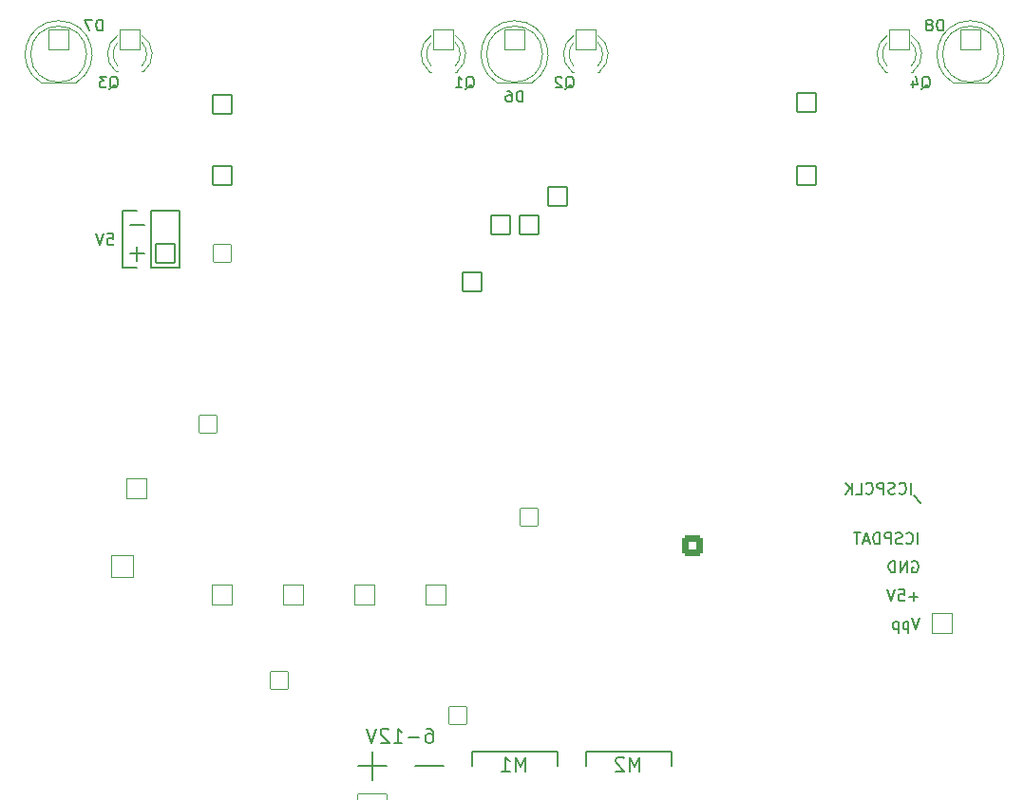
<source format=gbr>
%TF.GenerationSoftware,KiCad,Pcbnew,7.0.1-0*%
%TF.CreationDate,2023-03-30T00:17:16-04:00*%
%TF.ProjectId,CHRP400,43485250-3430-4302-9e6b-696361645f70,0*%
%TF.SameCoordinates,Original*%
%TF.FileFunction,Legend,Bot*%
%TF.FilePolarity,Positive*%
%FSLAX46Y46*%
G04 Gerber Fmt 4.6, Leading zero omitted, Abs format (unit mm)*
G04 Created by KiCad (PCBNEW 7.0.1-0) date 2023-03-30 00:17:16*
%MOMM*%
%LPD*%
G01*
G04 APERTURE LIST*
G04 Aperture macros list*
%AMRoundRect*
0 Rectangle with rounded corners*
0 $1 Rounding radius*
0 $2 $3 $4 $5 $6 $7 $8 $9 X,Y pos of 4 corners*
0 Add a 4 corners polygon primitive as box body*
4,1,4,$2,$3,$4,$5,$6,$7,$8,$9,$2,$3,0*
0 Add four circle primitives for the rounded corners*
1,1,$1+$1,$2,$3*
1,1,$1+$1,$4,$5*
1,1,$1+$1,$6,$7*
1,1,$1+$1,$8,$9*
0 Add four rect primitives between the rounded corners*
20,1,$1+$1,$2,$3,$4,$5,0*
20,1,$1+$1,$4,$5,$6,$7,0*
20,1,$1+$1,$6,$7,$8,$9,0*
20,1,$1+$1,$8,$9,$2,$3,0*%
G04 Aperture macros list end*
%ADD10C,0.150000*%
%ADD11C,0.203200*%
%ADD12C,0.120000*%
%ADD13RoundRect,0.050800X0.800000X-0.800000X0.800000X0.800000X-0.800000X0.800000X-0.800000X-0.800000X0*%
%ADD14C,1.701600*%
%ADD15C,1.901600*%
%ADD16RoundRect,0.050800X-0.900000X0.900000X-0.900000X-0.900000X0.900000X-0.900000X0.900000X0.900000X0*%
%ADD17RoundRect,0.050800X0.900000X-0.900000X0.900000X0.900000X-0.900000X0.900000X-0.900000X-0.900000X0*%
%ADD18C,2.501600*%
%ADD19O,2.501600X2.501600*%
%ADD20C,6.501600*%
%ADD21O,1.701600X1.701600*%
%ADD22C,2.101600*%
%ADD23RoundRect,0.050800X-0.800000X-0.800000X0.800000X-0.800000X0.800000X0.800000X-0.800000X0.800000X0*%
%ADD24RoundRect,0.050800X-0.850000X-0.850000X0.850000X-0.850000X0.850000X0.850000X-0.850000X0.850000X0*%
%ADD25O,1.801600X1.801600*%
%ADD26RoundRect,0.050800X0.850000X0.850000X-0.850000X0.850000X-0.850000X-0.850000X0.850000X-0.850000X0*%
%ADD27C,0.801600*%
%ADD28O,2.501600X1.001600*%
%ADD29O,1.801600X1.001600*%
%ADD30RoundRect,0.050800X1.000000X1.000000X-1.000000X1.000000X-1.000000X-1.000000X1.000000X-1.000000X0*%
%ADD31RoundRect,0.301000X-0.649800X-0.649800X0.649800X-0.649800X0.649800X0.649800X-0.649800X0.649800X0*%
%ADD32RoundRect,0.050800X0.900000X0.900000X-0.900000X0.900000X-0.900000X-0.900000X0.900000X-0.900000X0*%
%ADD33RoundRect,0.050800X0.850000X-0.850000X0.850000X0.850000X-0.850000X0.850000X-0.850000X-0.850000X0*%
%ADD34RoundRect,0.050800X-1.300000X-1.300000X1.300000X-1.300000X1.300000X1.300000X-1.300000X1.300000X0*%
%ADD35C,2.701600*%
%ADD36RoundRect,0.050800X-0.850000X0.850000X-0.850000X-0.850000X0.850000X-0.850000X0.850000X0.850000X0*%
%ADD37O,3.601600X3.601600*%
%ADD38C,2.006600*%
G04 APERTURE END LIST*
D10*
X137160000Y-111760000D02*
X139700000Y-111760000D01*
X132080000Y-111760000D02*
X134620000Y-111760000D01*
X112395000Y-62230000D02*
X111125000Y-62230000D01*
X181610000Y-87630000D02*
X182245000Y-88265000D01*
X111125000Y-67310000D02*
X112395000Y-67310000D01*
X111125000Y-62230000D02*
X111125000Y-67310000D01*
X160020000Y-110490000D02*
X160020000Y-111760000D01*
X152400000Y-110490000D02*
X160020000Y-110490000D01*
X142240000Y-111760000D02*
X142240000Y-110490000D01*
X133350000Y-110490000D02*
X133350000Y-113030000D01*
X113665000Y-62230000D02*
X116205000Y-62230000D01*
X116205000Y-67310000D01*
X113665000Y-67310000D01*
X113665000Y-62230000D01*
X152400000Y-111760000D02*
X152400000Y-110490000D01*
X111760000Y-63500000D02*
X113030000Y-63500000D01*
X149860000Y-110490000D02*
X149860000Y-111760000D01*
X142240000Y-110490000D02*
X149860000Y-110490000D01*
X111760000Y-66040000D02*
X113030000Y-66040000D01*
X112395000Y-65405000D02*
X112395000Y-66675000D01*
X109775714Y-64282619D02*
X110251904Y-64282619D01*
X110251904Y-64282619D02*
X110299523Y-64758809D01*
X110299523Y-64758809D02*
X110251904Y-64711190D01*
X110251904Y-64711190D02*
X110156666Y-64663571D01*
X110156666Y-64663571D02*
X109918571Y-64663571D01*
X109918571Y-64663571D02*
X109823333Y-64711190D01*
X109823333Y-64711190D02*
X109775714Y-64758809D01*
X109775714Y-64758809D02*
X109728095Y-64854047D01*
X109728095Y-64854047D02*
X109728095Y-65092142D01*
X109728095Y-65092142D02*
X109775714Y-65187380D01*
X109775714Y-65187380D02*
X109823333Y-65235000D01*
X109823333Y-65235000D02*
X109918571Y-65282619D01*
X109918571Y-65282619D02*
X110156666Y-65282619D01*
X110156666Y-65282619D02*
X110251904Y-65235000D01*
X110251904Y-65235000D02*
X110299523Y-65187380D01*
X109442380Y-64282619D02*
X109109047Y-65282619D01*
X109109047Y-65282619D02*
X108775714Y-64282619D01*
X182149761Y-98572619D02*
X181816428Y-99572619D01*
X181816428Y-99572619D02*
X181483095Y-98572619D01*
X181149761Y-98905952D02*
X181149761Y-99905952D01*
X181149761Y-98953571D02*
X181054523Y-98905952D01*
X181054523Y-98905952D02*
X180864047Y-98905952D01*
X180864047Y-98905952D02*
X180768809Y-98953571D01*
X180768809Y-98953571D02*
X180721190Y-99001190D01*
X180721190Y-99001190D02*
X180673571Y-99096428D01*
X180673571Y-99096428D02*
X180673571Y-99382142D01*
X180673571Y-99382142D02*
X180721190Y-99477380D01*
X180721190Y-99477380D02*
X180768809Y-99525000D01*
X180768809Y-99525000D02*
X180864047Y-99572619D01*
X180864047Y-99572619D02*
X181054523Y-99572619D01*
X181054523Y-99572619D02*
X181149761Y-99525000D01*
X180244999Y-98905952D02*
X180244999Y-99905952D01*
X180244999Y-98953571D02*
X180149761Y-98905952D01*
X180149761Y-98905952D02*
X179959285Y-98905952D01*
X179959285Y-98905952D02*
X179864047Y-98953571D01*
X179864047Y-98953571D02*
X179816428Y-99001190D01*
X179816428Y-99001190D02*
X179768809Y-99096428D01*
X179768809Y-99096428D02*
X179768809Y-99382142D01*
X179768809Y-99382142D02*
X179816428Y-99477380D01*
X179816428Y-99477380D02*
X179864047Y-99525000D01*
X179864047Y-99525000D02*
X179959285Y-99572619D01*
X179959285Y-99572619D02*
X180149761Y-99572619D01*
X180149761Y-99572619D02*
X180244999Y-99525000D01*
D11*
X147017619Y-112239576D02*
X147017619Y-110969576D01*
X147017619Y-110969576D02*
X146594285Y-111876719D01*
X146594285Y-111876719D02*
X146170952Y-110969576D01*
X146170952Y-110969576D02*
X146170952Y-112239576D01*
X144900951Y-112239576D02*
X145626666Y-112239576D01*
X145263809Y-112239576D02*
X145263809Y-110969576D01*
X145263809Y-110969576D02*
X145384761Y-111151004D01*
X145384761Y-111151004D02*
X145505713Y-111271957D01*
X145505713Y-111271957D02*
X145626666Y-111332433D01*
D10*
X182006904Y-96651666D02*
X181245000Y-96651666D01*
X181625952Y-97032619D02*
X181625952Y-96270714D01*
X180292619Y-96032619D02*
X180768809Y-96032619D01*
X180768809Y-96032619D02*
X180816428Y-96508809D01*
X180816428Y-96508809D02*
X180768809Y-96461190D01*
X180768809Y-96461190D02*
X180673571Y-96413571D01*
X180673571Y-96413571D02*
X180435476Y-96413571D01*
X180435476Y-96413571D02*
X180340238Y-96461190D01*
X180340238Y-96461190D02*
X180292619Y-96508809D01*
X180292619Y-96508809D02*
X180245000Y-96604047D01*
X180245000Y-96604047D02*
X180245000Y-96842142D01*
X180245000Y-96842142D02*
X180292619Y-96937380D01*
X180292619Y-96937380D02*
X180340238Y-96985000D01*
X180340238Y-96985000D02*
X180435476Y-97032619D01*
X180435476Y-97032619D02*
X180673571Y-97032619D01*
X180673571Y-97032619D02*
X180768809Y-96985000D01*
X180768809Y-96985000D02*
X180816428Y-96937380D01*
X179959285Y-96032619D02*
X179625952Y-97032619D01*
X179625952Y-97032619D02*
X179292619Y-96032619D01*
X182006904Y-91952619D02*
X182006904Y-90952619D01*
X180959286Y-91857380D02*
X181006905Y-91905000D01*
X181006905Y-91905000D02*
X181149762Y-91952619D01*
X181149762Y-91952619D02*
X181245000Y-91952619D01*
X181245000Y-91952619D02*
X181387857Y-91905000D01*
X181387857Y-91905000D02*
X181483095Y-91809761D01*
X181483095Y-91809761D02*
X181530714Y-91714523D01*
X181530714Y-91714523D02*
X181578333Y-91524047D01*
X181578333Y-91524047D02*
X181578333Y-91381190D01*
X181578333Y-91381190D02*
X181530714Y-91190714D01*
X181530714Y-91190714D02*
X181483095Y-91095476D01*
X181483095Y-91095476D02*
X181387857Y-91000238D01*
X181387857Y-91000238D02*
X181245000Y-90952619D01*
X181245000Y-90952619D02*
X181149762Y-90952619D01*
X181149762Y-90952619D02*
X181006905Y-91000238D01*
X181006905Y-91000238D02*
X180959286Y-91047857D01*
X180578333Y-91905000D02*
X180435476Y-91952619D01*
X180435476Y-91952619D02*
X180197381Y-91952619D01*
X180197381Y-91952619D02*
X180102143Y-91905000D01*
X180102143Y-91905000D02*
X180054524Y-91857380D01*
X180054524Y-91857380D02*
X180006905Y-91762142D01*
X180006905Y-91762142D02*
X180006905Y-91666904D01*
X180006905Y-91666904D02*
X180054524Y-91571666D01*
X180054524Y-91571666D02*
X180102143Y-91524047D01*
X180102143Y-91524047D02*
X180197381Y-91476428D01*
X180197381Y-91476428D02*
X180387857Y-91428809D01*
X180387857Y-91428809D02*
X180483095Y-91381190D01*
X180483095Y-91381190D02*
X180530714Y-91333571D01*
X180530714Y-91333571D02*
X180578333Y-91238333D01*
X180578333Y-91238333D02*
X180578333Y-91143095D01*
X180578333Y-91143095D02*
X180530714Y-91047857D01*
X180530714Y-91047857D02*
X180483095Y-91000238D01*
X180483095Y-91000238D02*
X180387857Y-90952619D01*
X180387857Y-90952619D02*
X180149762Y-90952619D01*
X180149762Y-90952619D02*
X180006905Y-91000238D01*
X179578333Y-91952619D02*
X179578333Y-90952619D01*
X179578333Y-90952619D02*
X179197381Y-90952619D01*
X179197381Y-90952619D02*
X179102143Y-91000238D01*
X179102143Y-91000238D02*
X179054524Y-91047857D01*
X179054524Y-91047857D02*
X179006905Y-91143095D01*
X179006905Y-91143095D02*
X179006905Y-91285952D01*
X179006905Y-91285952D02*
X179054524Y-91381190D01*
X179054524Y-91381190D02*
X179102143Y-91428809D01*
X179102143Y-91428809D02*
X179197381Y-91476428D01*
X179197381Y-91476428D02*
X179578333Y-91476428D01*
X178578333Y-91952619D02*
X178578333Y-90952619D01*
X178578333Y-90952619D02*
X178340238Y-90952619D01*
X178340238Y-90952619D02*
X178197381Y-91000238D01*
X178197381Y-91000238D02*
X178102143Y-91095476D01*
X178102143Y-91095476D02*
X178054524Y-91190714D01*
X178054524Y-91190714D02*
X178006905Y-91381190D01*
X178006905Y-91381190D02*
X178006905Y-91524047D01*
X178006905Y-91524047D02*
X178054524Y-91714523D01*
X178054524Y-91714523D02*
X178102143Y-91809761D01*
X178102143Y-91809761D02*
X178197381Y-91905000D01*
X178197381Y-91905000D02*
X178340238Y-91952619D01*
X178340238Y-91952619D02*
X178578333Y-91952619D01*
X177625952Y-91666904D02*
X177149762Y-91666904D01*
X177721190Y-91952619D02*
X177387857Y-90952619D01*
X177387857Y-90952619D02*
X177054524Y-91952619D01*
X176864047Y-90952619D02*
X176292619Y-90952619D01*
X176578333Y-91952619D02*
X176578333Y-90952619D01*
X181371904Y-87507619D02*
X181371904Y-86507619D01*
X180324286Y-87412380D02*
X180371905Y-87460000D01*
X180371905Y-87460000D02*
X180514762Y-87507619D01*
X180514762Y-87507619D02*
X180610000Y-87507619D01*
X180610000Y-87507619D02*
X180752857Y-87460000D01*
X180752857Y-87460000D02*
X180848095Y-87364761D01*
X180848095Y-87364761D02*
X180895714Y-87269523D01*
X180895714Y-87269523D02*
X180943333Y-87079047D01*
X180943333Y-87079047D02*
X180943333Y-86936190D01*
X180943333Y-86936190D02*
X180895714Y-86745714D01*
X180895714Y-86745714D02*
X180848095Y-86650476D01*
X180848095Y-86650476D02*
X180752857Y-86555238D01*
X180752857Y-86555238D02*
X180610000Y-86507619D01*
X180610000Y-86507619D02*
X180514762Y-86507619D01*
X180514762Y-86507619D02*
X180371905Y-86555238D01*
X180371905Y-86555238D02*
X180324286Y-86602857D01*
X179943333Y-87460000D02*
X179800476Y-87507619D01*
X179800476Y-87507619D02*
X179562381Y-87507619D01*
X179562381Y-87507619D02*
X179467143Y-87460000D01*
X179467143Y-87460000D02*
X179419524Y-87412380D01*
X179419524Y-87412380D02*
X179371905Y-87317142D01*
X179371905Y-87317142D02*
X179371905Y-87221904D01*
X179371905Y-87221904D02*
X179419524Y-87126666D01*
X179419524Y-87126666D02*
X179467143Y-87079047D01*
X179467143Y-87079047D02*
X179562381Y-87031428D01*
X179562381Y-87031428D02*
X179752857Y-86983809D01*
X179752857Y-86983809D02*
X179848095Y-86936190D01*
X179848095Y-86936190D02*
X179895714Y-86888571D01*
X179895714Y-86888571D02*
X179943333Y-86793333D01*
X179943333Y-86793333D02*
X179943333Y-86698095D01*
X179943333Y-86698095D02*
X179895714Y-86602857D01*
X179895714Y-86602857D02*
X179848095Y-86555238D01*
X179848095Y-86555238D02*
X179752857Y-86507619D01*
X179752857Y-86507619D02*
X179514762Y-86507619D01*
X179514762Y-86507619D02*
X179371905Y-86555238D01*
X178943333Y-87507619D02*
X178943333Y-86507619D01*
X178943333Y-86507619D02*
X178562381Y-86507619D01*
X178562381Y-86507619D02*
X178467143Y-86555238D01*
X178467143Y-86555238D02*
X178419524Y-86602857D01*
X178419524Y-86602857D02*
X178371905Y-86698095D01*
X178371905Y-86698095D02*
X178371905Y-86840952D01*
X178371905Y-86840952D02*
X178419524Y-86936190D01*
X178419524Y-86936190D02*
X178467143Y-86983809D01*
X178467143Y-86983809D02*
X178562381Y-87031428D01*
X178562381Y-87031428D02*
X178943333Y-87031428D01*
X177371905Y-87412380D02*
X177419524Y-87460000D01*
X177419524Y-87460000D02*
X177562381Y-87507619D01*
X177562381Y-87507619D02*
X177657619Y-87507619D01*
X177657619Y-87507619D02*
X177800476Y-87460000D01*
X177800476Y-87460000D02*
X177895714Y-87364761D01*
X177895714Y-87364761D02*
X177943333Y-87269523D01*
X177943333Y-87269523D02*
X177990952Y-87079047D01*
X177990952Y-87079047D02*
X177990952Y-86936190D01*
X177990952Y-86936190D02*
X177943333Y-86745714D01*
X177943333Y-86745714D02*
X177895714Y-86650476D01*
X177895714Y-86650476D02*
X177800476Y-86555238D01*
X177800476Y-86555238D02*
X177657619Y-86507619D01*
X177657619Y-86507619D02*
X177562381Y-86507619D01*
X177562381Y-86507619D02*
X177419524Y-86555238D01*
X177419524Y-86555238D02*
X177371905Y-86602857D01*
X176467143Y-87507619D02*
X176943333Y-87507619D01*
X176943333Y-87507619D02*
X176943333Y-86507619D01*
X176133809Y-87507619D02*
X176133809Y-86507619D01*
X175562381Y-87507619D02*
X175990952Y-86936190D01*
X175562381Y-86507619D02*
X176133809Y-87079047D01*
X181483095Y-93540238D02*
X181578333Y-93492619D01*
X181578333Y-93492619D02*
X181721190Y-93492619D01*
X181721190Y-93492619D02*
X181864047Y-93540238D01*
X181864047Y-93540238D02*
X181959285Y-93635476D01*
X181959285Y-93635476D02*
X182006904Y-93730714D01*
X182006904Y-93730714D02*
X182054523Y-93921190D01*
X182054523Y-93921190D02*
X182054523Y-94064047D01*
X182054523Y-94064047D02*
X182006904Y-94254523D01*
X182006904Y-94254523D02*
X181959285Y-94349761D01*
X181959285Y-94349761D02*
X181864047Y-94445000D01*
X181864047Y-94445000D02*
X181721190Y-94492619D01*
X181721190Y-94492619D02*
X181625952Y-94492619D01*
X181625952Y-94492619D02*
X181483095Y-94445000D01*
X181483095Y-94445000D02*
X181435476Y-94397380D01*
X181435476Y-94397380D02*
X181435476Y-94064047D01*
X181435476Y-94064047D02*
X181625952Y-94064047D01*
X181006904Y-94492619D02*
X181006904Y-93492619D01*
X181006904Y-93492619D02*
X180435476Y-94492619D01*
X180435476Y-94492619D02*
X180435476Y-93492619D01*
X179959285Y-94492619D02*
X179959285Y-93492619D01*
X179959285Y-93492619D02*
X179721190Y-93492619D01*
X179721190Y-93492619D02*
X179578333Y-93540238D01*
X179578333Y-93540238D02*
X179483095Y-93635476D01*
X179483095Y-93635476D02*
X179435476Y-93730714D01*
X179435476Y-93730714D02*
X179387857Y-93921190D01*
X179387857Y-93921190D02*
X179387857Y-94064047D01*
X179387857Y-94064047D02*
X179435476Y-94254523D01*
X179435476Y-94254523D02*
X179483095Y-94349761D01*
X179483095Y-94349761D02*
X179578333Y-94445000D01*
X179578333Y-94445000D02*
X179721190Y-94492619D01*
X179721190Y-94492619D02*
X179959285Y-94492619D01*
D11*
X138218333Y-108429576D02*
X138460238Y-108429576D01*
X138460238Y-108429576D02*
X138581190Y-108490052D01*
X138581190Y-108490052D02*
X138641666Y-108550528D01*
X138641666Y-108550528D02*
X138762619Y-108731957D01*
X138762619Y-108731957D02*
X138823095Y-108973861D01*
X138823095Y-108973861D02*
X138823095Y-109457671D01*
X138823095Y-109457671D02*
X138762619Y-109578623D01*
X138762619Y-109578623D02*
X138702142Y-109639100D01*
X138702142Y-109639100D02*
X138581190Y-109699576D01*
X138581190Y-109699576D02*
X138339285Y-109699576D01*
X138339285Y-109699576D02*
X138218333Y-109639100D01*
X138218333Y-109639100D02*
X138157857Y-109578623D01*
X138157857Y-109578623D02*
X138097380Y-109457671D01*
X138097380Y-109457671D02*
X138097380Y-109155290D01*
X138097380Y-109155290D02*
X138157857Y-109034338D01*
X138157857Y-109034338D02*
X138218333Y-108973861D01*
X138218333Y-108973861D02*
X138339285Y-108913385D01*
X138339285Y-108913385D02*
X138581190Y-108913385D01*
X138581190Y-108913385D02*
X138702142Y-108973861D01*
X138702142Y-108973861D02*
X138762619Y-109034338D01*
X138762619Y-109034338D02*
X138823095Y-109155290D01*
X137553095Y-109215766D02*
X136585476Y-109215766D01*
X135315475Y-109699576D02*
X136041190Y-109699576D01*
X135678333Y-109699576D02*
X135678333Y-108429576D01*
X135678333Y-108429576D02*
X135799285Y-108611004D01*
X135799285Y-108611004D02*
X135920237Y-108731957D01*
X135920237Y-108731957D02*
X136041190Y-108792433D01*
X134831666Y-108550528D02*
X134771190Y-108490052D01*
X134771190Y-108490052D02*
X134650237Y-108429576D01*
X134650237Y-108429576D02*
X134347856Y-108429576D01*
X134347856Y-108429576D02*
X134226904Y-108490052D01*
X134226904Y-108490052D02*
X134166428Y-108550528D01*
X134166428Y-108550528D02*
X134105951Y-108671480D01*
X134105951Y-108671480D02*
X134105951Y-108792433D01*
X134105951Y-108792433D02*
X134166428Y-108973861D01*
X134166428Y-108973861D02*
X134892142Y-109699576D01*
X134892142Y-109699576D02*
X134105951Y-109699576D01*
X133743094Y-108429576D02*
X133319761Y-109699576D01*
X133319761Y-109699576D02*
X132896427Y-108429576D01*
X157177619Y-112239576D02*
X157177619Y-110969576D01*
X157177619Y-110969576D02*
X156754285Y-111876719D01*
X156754285Y-111876719D02*
X156330952Y-110969576D01*
X156330952Y-110969576D02*
X156330952Y-112239576D01*
X155786666Y-111090528D02*
X155726190Y-111030052D01*
X155726190Y-111030052D02*
X155605237Y-110969576D01*
X155605237Y-110969576D02*
X155302856Y-110969576D01*
X155302856Y-110969576D02*
X155181904Y-111030052D01*
X155181904Y-111030052D02*
X155121428Y-111090528D01*
X155121428Y-111090528D02*
X155060951Y-111211480D01*
X155060951Y-111211480D02*
X155060951Y-111332433D01*
X155060951Y-111332433D02*
X155121428Y-111513861D01*
X155121428Y-111513861D02*
X155847142Y-112239576D01*
X155847142Y-112239576D02*
X155060951Y-112239576D01*
D10*
%TO.C,Q1*%
X141700238Y-51357857D02*
X141795476Y-51310238D01*
X141795476Y-51310238D02*
X141890714Y-51215000D01*
X141890714Y-51215000D02*
X142033571Y-51072142D01*
X142033571Y-51072142D02*
X142128809Y-51024523D01*
X142128809Y-51024523D02*
X142224047Y-51024523D01*
X142176428Y-51262619D02*
X142271666Y-51215000D01*
X142271666Y-51215000D02*
X142366904Y-51119761D01*
X142366904Y-51119761D02*
X142414523Y-50929285D01*
X142414523Y-50929285D02*
X142414523Y-50595952D01*
X142414523Y-50595952D02*
X142366904Y-50405476D01*
X142366904Y-50405476D02*
X142271666Y-50310238D01*
X142271666Y-50310238D02*
X142176428Y-50262619D01*
X142176428Y-50262619D02*
X141985952Y-50262619D01*
X141985952Y-50262619D02*
X141890714Y-50310238D01*
X141890714Y-50310238D02*
X141795476Y-50405476D01*
X141795476Y-50405476D02*
X141747857Y-50595952D01*
X141747857Y-50595952D02*
X141747857Y-50929285D01*
X141747857Y-50929285D02*
X141795476Y-51119761D01*
X141795476Y-51119761D02*
X141890714Y-51215000D01*
X141890714Y-51215000D02*
X141985952Y-51262619D01*
X141985952Y-51262619D02*
X142176428Y-51262619D01*
X140795476Y-51262619D02*
X141366904Y-51262619D01*
X141081190Y-51262619D02*
X141081190Y-50262619D01*
X141081190Y-50262619D02*
X141176428Y-50405476D01*
X141176428Y-50405476D02*
X141271666Y-50500714D01*
X141271666Y-50500714D02*
X141366904Y-50548333D01*
%TO.C,Q2*%
X150590238Y-51357857D02*
X150685476Y-51310238D01*
X150685476Y-51310238D02*
X150780714Y-51215000D01*
X150780714Y-51215000D02*
X150923571Y-51072142D01*
X150923571Y-51072142D02*
X151018809Y-51024523D01*
X151018809Y-51024523D02*
X151114047Y-51024523D01*
X151066428Y-51262619D02*
X151161666Y-51215000D01*
X151161666Y-51215000D02*
X151256904Y-51119761D01*
X151256904Y-51119761D02*
X151304523Y-50929285D01*
X151304523Y-50929285D02*
X151304523Y-50595952D01*
X151304523Y-50595952D02*
X151256904Y-50405476D01*
X151256904Y-50405476D02*
X151161666Y-50310238D01*
X151161666Y-50310238D02*
X151066428Y-50262619D01*
X151066428Y-50262619D02*
X150875952Y-50262619D01*
X150875952Y-50262619D02*
X150780714Y-50310238D01*
X150780714Y-50310238D02*
X150685476Y-50405476D01*
X150685476Y-50405476D02*
X150637857Y-50595952D01*
X150637857Y-50595952D02*
X150637857Y-50929285D01*
X150637857Y-50929285D02*
X150685476Y-51119761D01*
X150685476Y-51119761D02*
X150780714Y-51215000D01*
X150780714Y-51215000D02*
X150875952Y-51262619D01*
X150875952Y-51262619D02*
X151066428Y-51262619D01*
X150256904Y-50357857D02*
X150209285Y-50310238D01*
X150209285Y-50310238D02*
X150114047Y-50262619D01*
X150114047Y-50262619D02*
X149875952Y-50262619D01*
X149875952Y-50262619D02*
X149780714Y-50310238D01*
X149780714Y-50310238D02*
X149733095Y-50357857D01*
X149733095Y-50357857D02*
X149685476Y-50453095D01*
X149685476Y-50453095D02*
X149685476Y-50548333D01*
X149685476Y-50548333D02*
X149733095Y-50691190D01*
X149733095Y-50691190D02*
X150304523Y-51262619D01*
X150304523Y-51262619D02*
X149685476Y-51262619D01*
%TO.C,D6*%
X146788094Y-52532619D02*
X146788094Y-51532619D01*
X146788094Y-51532619D02*
X146549999Y-51532619D01*
X146549999Y-51532619D02*
X146407142Y-51580238D01*
X146407142Y-51580238D02*
X146311904Y-51675476D01*
X146311904Y-51675476D02*
X146264285Y-51770714D01*
X146264285Y-51770714D02*
X146216666Y-51961190D01*
X146216666Y-51961190D02*
X146216666Y-52104047D01*
X146216666Y-52104047D02*
X146264285Y-52294523D01*
X146264285Y-52294523D02*
X146311904Y-52389761D01*
X146311904Y-52389761D02*
X146407142Y-52485000D01*
X146407142Y-52485000D02*
X146549999Y-52532619D01*
X146549999Y-52532619D02*
X146788094Y-52532619D01*
X145359523Y-51532619D02*
X145549999Y-51532619D01*
X145549999Y-51532619D02*
X145645237Y-51580238D01*
X145645237Y-51580238D02*
X145692856Y-51627857D01*
X145692856Y-51627857D02*
X145788094Y-51770714D01*
X145788094Y-51770714D02*
X145835713Y-51961190D01*
X145835713Y-51961190D02*
X145835713Y-52342142D01*
X145835713Y-52342142D02*
X145788094Y-52437380D01*
X145788094Y-52437380D02*
X145740475Y-52485000D01*
X145740475Y-52485000D02*
X145645237Y-52532619D01*
X145645237Y-52532619D02*
X145454761Y-52532619D01*
X145454761Y-52532619D02*
X145359523Y-52485000D01*
X145359523Y-52485000D02*
X145311904Y-52437380D01*
X145311904Y-52437380D02*
X145264285Y-52342142D01*
X145264285Y-52342142D02*
X145264285Y-52104047D01*
X145264285Y-52104047D02*
X145311904Y-52008809D01*
X145311904Y-52008809D02*
X145359523Y-51961190D01*
X145359523Y-51961190D02*
X145454761Y-51913571D01*
X145454761Y-51913571D02*
X145645237Y-51913571D01*
X145645237Y-51913571D02*
X145740475Y-51961190D01*
X145740475Y-51961190D02*
X145788094Y-52008809D01*
X145788094Y-52008809D02*
X145835713Y-52104047D01*
%TO.C,Q3*%
X109950238Y-51357857D02*
X110045476Y-51310238D01*
X110045476Y-51310238D02*
X110140714Y-51215000D01*
X110140714Y-51215000D02*
X110283571Y-51072142D01*
X110283571Y-51072142D02*
X110378809Y-51024523D01*
X110378809Y-51024523D02*
X110474047Y-51024523D01*
X110426428Y-51262619D02*
X110521666Y-51215000D01*
X110521666Y-51215000D02*
X110616904Y-51119761D01*
X110616904Y-51119761D02*
X110664523Y-50929285D01*
X110664523Y-50929285D02*
X110664523Y-50595952D01*
X110664523Y-50595952D02*
X110616904Y-50405476D01*
X110616904Y-50405476D02*
X110521666Y-50310238D01*
X110521666Y-50310238D02*
X110426428Y-50262619D01*
X110426428Y-50262619D02*
X110235952Y-50262619D01*
X110235952Y-50262619D02*
X110140714Y-50310238D01*
X110140714Y-50310238D02*
X110045476Y-50405476D01*
X110045476Y-50405476D02*
X109997857Y-50595952D01*
X109997857Y-50595952D02*
X109997857Y-50929285D01*
X109997857Y-50929285D02*
X110045476Y-51119761D01*
X110045476Y-51119761D02*
X110140714Y-51215000D01*
X110140714Y-51215000D02*
X110235952Y-51262619D01*
X110235952Y-51262619D02*
X110426428Y-51262619D01*
X109664523Y-50262619D02*
X109045476Y-50262619D01*
X109045476Y-50262619D02*
X109378809Y-50643571D01*
X109378809Y-50643571D02*
X109235952Y-50643571D01*
X109235952Y-50643571D02*
X109140714Y-50691190D01*
X109140714Y-50691190D02*
X109093095Y-50738809D01*
X109093095Y-50738809D02*
X109045476Y-50834047D01*
X109045476Y-50834047D02*
X109045476Y-51072142D01*
X109045476Y-51072142D02*
X109093095Y-51167380D01*
X109093095Y-51167380D02*
X109140714Y-51215000D01*
X109140714Y-51215000D02*
X109235952Y-51262619D01*
X109235952Y-51262619D02*
X109521666Y-51262619D01*
X109521666Y-51262619D02*
X109616904Y-51215000D01*
X109616904Y-51215000D02*
X109664523Y-51167380D01*
%TO.C,D7*%
X109323094Y-46182619D02*
X109323094Y-45182619D01*
X109323094Y-45182619D02*
X109084999Y-45182619D01*
X109084999Y-45182619D02*
X108942142Y-45230238D01*
X108942142Y-45230238D02*
X108846904Y-45325476D01*
X108846904Y-45325476D02*
X108799285Y-45420714D01*
X108799285Y-45420714D02*
X108751666Y-45611190D01*
X108751666Y-45611190D02*
X108751666Y-45754047D01*
X108751666Y-45754047D02*
X108799285Y-45944523D01*
X108799285Y-45944523D02*
X108846904Y-46039761D01*
X108846904Y-46039761D02*
X108942142Y-46135000D01*
X108942142Y-46135000D02*
X109084999Y-46182619D01*
X109084999Y-46182619D02*
X109323094Y-46182619D01*
X108418332Y-45182619D02*
X107751666Y-45182619D01*
X107751666Y-45182619D02*
X108180237Y-46182619D01*
%TO.C,D8*%
X184253094Y-46182619D02*
X184253094Y-45182619D01*
X184253094Y-45182619D02*
X184014999Y-45182619D01*
X184014999Y-45182619D02*
X183872142Y-45230238D01*
X183872142Y-45230238D02*
X183776904Y-45325476D01*
X183776904Y-45325476D02*
X183729285Y-45420714D01*
X183729285Y-45420714D02*
X183681666Y-45611190D01*
X183681666Y-45611190D02*
X183681666Y-45754047D01*
X183681666Y-45754047D02*
X183729285Y-45944523D01*
X183729285Y-45944523D02*
X183776904Y-46039761D01*
X183776904Y-46039761D02*
X183872142Y-46135000D01*
X183872142Y-46135000D02*
X184014999Y-46182619D01*
X184014999Y-46182619D02*
X184253094Y-46182619D01*
X183110237Y-45611190D02*
X183205475Y-45563571D01*
X183205475Y-45563571D02*
X183253094Y-45515952D01*
X183253094Y-45515952D02*
X183300713Y-45420714D01*
X183300713Y-45420714D02*
X183300713Y-45373095D01*
X183300713Y-45373095D02*
X183253094Y-45277857D01*
X183253094Y-45277857D02*
X183205475Y-45230238D01*
X183205475Y-45230238D02*
X183110237Y-45182619D01*
X183110237Y-45182619D02*
X182919761Y-45182619D01*
X182919761Y-45182619D02*
X182824523Y-45230238D01*
X182824523Y-45230238D02*
X182776904Y-45277857D01*
X182776904Y-45277857D02*
X182729285Y-45373095D01*
X182729285Y-45373095D02*
X182729285Y-45420714D01*
X182729285Y-45420714D02*
X182776904Y-45515952D01*
X182776904Y-45515952D02*
X182824523Y-45563571D01*
X182824523Y-45563571D02*
X182919761Y-45611190D01*
X182919761Y-45611190D02*
X183110237Y-45611190D01*
X183110237Y-45611190D02*
X183205475Y-45658809D01*
X183205475Y-45658809D02*
X183253094Y-45706428D01*
X183253094Y-45706428D02*
X183300713Y-45801666D01*
X183300713Y-45801666D02*
X183300713Y-45992142D01*
X183300713Y-45992142D02*
X183253094Y-46087380D01*
X183253094Y-46087380D02*
X183205475Y-46135000D01*
X183205475Y-46135000D02*
X183110237Y-46182619D01*
X183110237Y-46182619D02*
X182919761Y-46182619D01*
X182919761Y-46182619D02*
X182824523Y-46135000D01*
X182824523Y-46135000D02*
X182776904Y-46087380D01*
X182776904Y-46087380D02*
X182729285Y-45992142D01*
X182729285Y-45992142D02*
X182729285Y-45801666D01*
X182729285Y-45801666D02*
X182776904Y-45706428D01*
X182776904Y-45706428D02*
X182824523Y-45658809D01*
X182824523Y-45658809D02*
X182919761Y-45611190D01*
%TO.C,Q4*%
X182340238Y-51357857D02*
X182435476Y-51310238D01*
X182435476Y-51310238D02*
X182530714Y-51215000D01*
X182530714Y-51215000D02*
X182673571Y-51072142D01*
X182673571Y-51072142D02*
X182768809Y-51024523D01*
X182768809Y-51024523D02*
X182864047Y-51024523D01*
X182816428Y-51262619D02*
X182911666Y-51215000D01*
X182911666Y-51215000D02*
X183006904Y-51119761D01*
X183006904Y-51119761D02*
X183054523Y-50929285D01*
X183054523Y-50929285D02*
X183054523Y-50595952D01*
X183054523Y-50595952D02*
X183006904Y-50405476D01*
X183006904Y-50405476D02*
X182911666Y-50310238D01*
X182911666Y-50310238D02*
X182816428Y-50262619D01*
X182816428Y-50262619D02*
X182625952Y-50262619D01*
X182625952Y-50262619D02*
X182530714Y-50310238D01*
X182530714Y-50310238D02*
X182435476Y-50405476D01*
X182435476Y-50405476D02*
X182387857Y-50595952D01*
X182387857Y-50595952D02*
X182387857Y-50929285D01*
X182387857Y-50929285D02*
X182435476Y-51119761D01*
X182435476Y-51119761D02*
X182530714Y-51215000D01*
X182530714Y-51215000D02*
X182625952Y-51262619D01*
X182625952Y-51262619D02*
X182816428Y-51262619D01*
X181530714Y-50595952D02*
X181530714Y-51262619D01*
X181768809Y-50215000D02*
X182006904Y-50929285D01*
X182006904Y-50929285D02*
X181387857Y-50929285D01*
D12*
%TO.C,Q1*%
X138620000Y-49825000D02*
X138464000Y-49825000D01*
X140936000Y-49825000D02*
X140780000Y-49825000D01*
X138621392Y-46592666D02*
G75*
G03*
X138464485Y-49824999I1078608J-1672334D01*
G01*
X138620164Y-47223871D02*
G75*
G03*
X138620001Y-49305960I1079836J-1041129D01*
G01*
X140779999Y-49305960D02*
G75*
G03*
X140779836Y-47223871I-1079999J1040960D01*
G01*
X140935515Y-49824999D02*
G75*
G03*
X140778608Y-46592666I-1235515J1559999D01*
G01*
%TO.C,Q2*%
X151320000Y-49825000D02*
X151164000Y-49825000D01*
X153636000Y-49825000D02*
X153480000Y-49825000D01*
X151321392Y-46592666D02*
G75*
G03*
X151164485Y-49824999I1078608J-1672334D01*
G01*
X151320164Y-47223871D02*
G75*
G03*
X151320001Y-49305960I1079836J-1041129D01*
G01*
X153479999Y-49305960D02*
G75*
G03*
X153479836Y-47223871I-1079999J1040960D01*
G01*
X153635515Y-49824999D02*
G75*
G03*
X153478608Y-46592666I-1235515J1559999D01*
G01*
%TO.C,D6*%
X147595000Y-50820000D02*
X144505000Y-50820000D01*
X146050462Y-45270001D02*
G75*
G03*
X144505170Y-50819999I-462J-2989999D01*
G01*
X147594830Y-50820000D02*
G75*
G03*
X146049538Y-45270000I-1544830J2560000D01*
G01*
X148550000Y-48260000D02*
G75*
G03*
X148550000Y-48260000I-2500000J0D01*
G01*
%TO.C,Q3*%
X110680000Y-49820000D02*
X110524000Y-49820000D01*
X112996000Y-49820000D02*
X112840000Y-49820000D01*
X110681392Y-46587666D02*
G75*
G03*
X110524485Y-49819999I1078608J-1672334D01*
G01*
X110680164Y-47218871D02*
G75*
G03*
X110680001Y-49300960I1079836J-1041129D01*
G01*
X112839999Y-49300960D02*
G75*
G03*
X112839836Y-47218871I-1079999J1040960D01*
G01*
X112995515Y-49819999D02*
G75*
G03*
X112838608Y-46587666I-1235515J1559999D01*
G01*
%TO.C,D7*%
X106955000Y-50825000D02*
X103865000Y-50825000D01*
X105410462Y-45275001D02*
G75*
G03*
X103865170Y-50824999I-462J-2989999D01*
G01*
X106954830Y-50825000D02*
G75*
G03*
X105409538Y-45275000I-1544830J2560000D01*
G01*
X107910000Y-48265000D02*
G75*
G03*
X107910000Y-48265000I-2500000J0D01*
G01*
%TO.C,D8*%
X188235000Y-50825000D02*
X185145000Y-50825000D01*
X186690462Y-45275001D02*
G75*
G03*
X185145170Y-50824999I-462J-2989999D01*
G01*
X188234830Y-50825000D02*
G75*
G03*
X186689538Y-45275000I-1544830J2560000D01*
G01*
X189190000Y-48265000D02*
G75*
G03*
X189190000Y-48265000I-2500000J0D01*
G01*
%TO.C,Q4*%
X179260000Y-49825000D02*
X179104000Y-49825000D01*
X181576000Y-49825000D02*
X181420000Y-49825000D01*
X179261392Y-46592666D02*
G75*
G03*
X179104485Y-49824999I1078608J-1672334D01*
G01*
X179260164Y-47223871D02*
G75*
G03*
X179260001Y-49305960I1079836J-1041129D01*
G01*
X181419999Y-49305960D02*
G75*
G03*
X181419836Y-47223871I-1079999J1040960D01*
G01*
X181575515Y-49824999D02*
G75*
G03*
X181418608Y-46592666I-1235515J1559999D01*
G01*
%TD*%
%LPC*%
D13*
%TO.C,C1*%
X120015000Y-66040000D03*
D14*
X120015000Y-63540000D03*
%TD*%
%TO.C,C4*%
X104160000Y-84455000D03*
X106660000Y-84455000D03*
%TD*%
D15*
%TO.C,D1*%
X112395000Y-84455000D03*
D16*
X112395000Y-86995000D03*
%TD*%
D15*
%TO.C,D4*%
X132715000Y-99065000D03*
D17*
X132715000Y-96525000D03*
%TD*%
D18*
%TO.C,FB1*%
X116840000Y-69850000D03*
D19*
X104140000Y-69850000D03*
%TD*%
D20*
%TO.C,MH1*%
X105409999Y-60959999D03*
%TD*%
D14*
%TO.C,R6*%
X146050000Y-81280000D03*
D21*
X156210000Y-81280000D03*
%TD*%
D22*
%TO.C,SW4*%
X186055000Y-80645000D03*
X179555000Y-80645000D03*
X186055000Y-76145000D03*
X179555000Y-76145000D03*
%TD*%
D14*
%TO.C,C2*%
X116185000Y-83820000D03*
X116185000Y-86320000D03*
%TD*%
%TO.C,C3*%
X126365000Y-71100000D03*
X126365000Y-68600000D03*
%TD*%
D15*
%TO.C,D3*%
X126365000Y-99065000D03*
D17*
X126365000Y-96525000D03*
%TD*%
D22*
%TO.C,SW3*%
X169545000Y-80645000D03*
X163045000Y-80645000D03*
X169545000Y-76145000D03*
X163045000Y-76145000D03*
%TD*%
D14*
%TO.C,R5*%
X146050000Y-73660000D03*
D21*
X156210000Y-73660000D03*
%TD*%
D20*
%TO.C,MH4*%
X105410000Y-116840000D03*
%TD*%
D22*
%TO.C,SW5*%
X177875000Y-89245000D03*
X171375000Y-89245000D03*
X177875000Y-84745000D03*
X171375000Y-84745000D03*
%TD*%
D14*
%TO.C,R22*%
X128905000Y-93980000D03*
D21*
X128905000Y-83820000D03*
%TD*%
D14*
%TO.C,R2*%
X118745000Y-93980000D03*
D21*
X118745000Y-83820000D03*
%TD*%
D13*
%TO.C,U1*%
X118745000Y-81280000D03*
D21*
X121285000Y-81280000D03*
X123825000Y-81280000D03*
X126365000Y-81280000D03*
X128905000Y-81280000D03*
X131445000Y-81280000D03*
X133985000Y-81280000D03*
X136525000Y-81280000D03*
X139065000Y-81280000D03*
X141605000Y-81280000D03*
X141605000Y-73660000D03*
X139065000Y-73660000D03*
X136525000Y-73660000D03*
X133985000Y-73660000D03*
X131445000Y-73660000D03*
X128905000Y-73660000D03*
X126365000Y-73660000D03*
X123825000Y-73660000D03*
X121285000Y-73660000D03*
X118745000Y-73660000D03*
%TD*%
D14*
%TO.C,R13*%
X139065000Y-60960000D03*
D21*
X139065000Y-71120000D03*
%TD*%
D14*
%TO.C,R9*%
X136525000Y-83820000D03*
D21*
X136525000Y-93980000D03*
%TD*%
D14*
%TO.C,R8*%
X133985000Y-83820000D03*
D21*
X133985000Y-93980000D03*
%TD*%
D14*
%TO.C,R14*%
X153035000Y-60960000D03*
D21*
X153035000Y-71120000D03*
%TD*%
D14*
%TO.C,R10*%
X139065000Y-83820000D03*
D21*
X139065000Y-93980000D03*
%TD*%
D14*
%TO.C,R12*%
X136525000Y-60960000D03*
D21*
X136525000Y-71120000D03*
%TD*%
D23*
%TO.C,C6*%
X125095000Y-104140000D03*
D14*
X127595000Y-104140000D03*
%TD*%
D24*
%TO.C,H2*%
X147320000Y-63500000D03*
D25*
X147320000Y-66040000D03*
X147320000Y-68580000D03*
%TD*%
D26*
%TO.C,H4*%
X142240000Y-68565000D03*
D25*
X142240000Y-66025000D03*
X142240000Y-63485000D03*
%TD*%
D20*
%TO.C,MH2*%
X186690000Y-60960000D03*
%TD*%
D14*
%TO.C,R4*%
X146050000Y-76200000D03*
D21*
X156210000Y-76200000D03*
%TD*%
D24*
%TO.C,H3*%
X144780000Y-63500000D03*
D25*
X144780000Y-66040000D03*
X144780000Y-68580000D03*
%TD*%
D27*
%TO.C,J1*%
X107696000Y-74498200D03*
X107696000Y-75348200D03*
X107696000Y-76198200D03*
X107696000Y-77048200D03*
X107696000Y-77898200D03*
X107696000Y-78748200D03*
X107696000Y-79598200D03*
X107696000Y-80448200D03*
X106346000Y-80448200D03*
X106346000Y-79598200D03*
X106346000Y-78748200D03*
X106346000Y-77898200D03*
X106346000Y-77048200D03*
X106346000Y-76198200D03*
X106346000Y-75348200D03*
X106346000Y-74498200D03*
D28*
X106716000Y-73148200D03*
D29*
X103336000Y-73148200D03*
D28*
X106716000Y-81798200D03*
D29*
X103336000Y-81798200D03*
%TD*%
D20*
%TO.C,MH3*%
X186690000Y-116840000D03*
%TD*%
D14*
%TO.C,R17*%
X155575000Y-60960000D03*
D21*
X155575000Y-71120000D03*
%TD*%
D14*
%TO.C,R11*%
X133985000Y-60960000D03*
D21*
X133985000Y-71120000D03*
%TD*%
D14*
%TO.C,R1*%
X126365000Y-83820000D03*
D21*
X126365000Y-93980000D03*
%TD*%
D15*
%TO.C,D5*%
X139065000Y-99065000D03*
D17*
X139065000Y-96525000D03*
%TD*%
D30*
%TO.C,LS1*%
X111125000Y-93980000D03*
D22*
X106125000Y-93980000D03*
%TD*%
D31*
%TO.C,U4*%
X161925000Y-92075000D03*
D15*
X164465000Y-92075000D03*
X167005000Y-92075000D03*
%TD*%
D14*
%TO.C,R7*%
X131445000Y-83820000D03*
D21*
X131445000Y-93980000D03*
%TD*%
D32*
%TO.C,H9*%
X184150000Y-99060000D03*
D15*
X184150000Y-96520000D03*
X184150000Y-93980000D03*
X184150000Y-91440000D03*
X184150000Y-88900000D03*
X184150000Y-86360000D03*
%TD*%
D24*
%TO.C,H1*%
X149860000Y-60960000D03*
D25*
X149860000Y-63500000D03*
X149860000Y-66040000D03*
%TD*%
D14*
%TO.C,C5*%
X125095000Y-109220000D03*
X125095000Y-111720000D03*
%TD*%
%TO.C,R3*%
X146050000Y-78740000D03*
D21*
X156210000Y-78740000D03*
%TD*%
D15*
%TO.C,D2*%
X120015000Y-99065000D03*
D17*
X120015000Y-96525000D03*
%TD*%
D22*
%TO.C,SW2*%
X171375000Y-67600000D03*
X177875000Y-67600000D03*
X171375000Y-72100000D03*
X177875000Y-72100000D03*
%TD*%
%TO.C,SW1*%
X114935000Y-74295000D03*
X114935000Y-80795000D03*
X110435000Y-74295000D03*
X110435000Y-80795000D03*
%TD*%
D26*
%TO.C,BT1*%
X114935000Y-66040000D03*
D25*
X114935000Y-63500000D03*
%TD*%
D14*
%TO.C,R25*%
X121285000Y-83820000D03*
D21*
X121285000Y-93980000D03*
%TD*%
D33*
%TO.C,H8*%
X172100000Y-52578000D03*
D25*
X174640000Y-52578000D03*
X177180000Y-52578000D03*
%TD*%
D14*
%TO.C,R15*%
X128905000Y-71120000D03*
D21*
X128905000Y-60960000D03*
%TD*%
D34*
%TO.C,CON1*%
X133350000Y-115570008D03*
D35*
X138430000Y-115570008D03*
X143510000Y-115570008D03*
X148590000Y-115570008D03*
X153670000Y-115570008D03*
X158750000Y-115570008D03*
%TD*%
D13*
%TO.C,C8*%
X140970000Y-107250121D03*
D14*
X140970000Y-104750121D03*
%TD*%
D20*
%TO.C,MH6*%
X161925000Y-50800000D03*
%TD*%
D14*
%TO.C,R18*%
X124968000Y-46990000D03*
D21*
X114808000Y-46990000D03*
%TD*%
D14*
%TO.C,C7*%
X157480000Y-89535000D03*
X157480000Y-92035000D03*
%TD*%
D23*
%TO.C,U2*%
X147320000Y-89535008D03*
D21*
X147320000Y-92075008D03*
X147320000Y-94615008D03*
X147320000Y-97155008D03*
X147320000Y-99695008D03*
X147320000Y-102235008D03*
X147320000Y-104775008D03*
X147320000Y-107315008D03*
X154940000Y-107315008D03*
X154940000Y-104775008D03*
X154940000Y-102235008D03*
X154940000Y-99695008D03*
X154940000Y-97155008D03*
X154940000Y-94615008D03*
X154940000Y-92075008D03*
X154940000Y-89535008D03*
%TD*%
D14*
%TO.C,R20*%
X167132000Y-46990000D03*
D21*
X177292000Y-46990000D03*
%TD*%
D36*
%TO.C,H5*%
X120015000Y-59055000D03*
D25*
X117475000Y-59055000D03*
X114935000Y-59055000D03*
%TD*%
D14*
%TO.C,R16*%
X131445000Y-60960000D03*
D21*
X131445000Y-71120000D03*
%TD*%
D14*
%TO.C,R23*%
X156210000Y-86360000D03*
D21*
X146050000Y-86360000D03*
%TD*%
D14*
%TO.C,R21*%
X167132000Y-49530000D03*
D21*
X177292000Y-49530000D03*
%TD*%
D14*
%TO.C,R19*%
X124968000Y-49530000D03*
D21*
X114808000Y-49530000D03*
%TD*%
D36*
%TO.C,H6*%
X120015000Y-52705000D03*
D25*
X117475000Y-52705000D03*
X114935000Y-52705000D03*
%TD*%
D20*
%TO.C,MH5*%
X130175000Y-50800000D03*
%TD*%
D37*
%TO.C,U3*%
X105260000Y-106680000D03*
D38*
X121920000Y-109220000D03*
X121920000Y-106680000D03*
X121920000Y-104140000D03*
%TD*%
D14*
%TO.C,C9*%
X167005000Y-94615000D03*
X164505000Y-94615000D03*
%TD*%
%TO.C,R24*%
X156210000Y-83820000D03*
D21*
X146050000Y-83820000D03*
%TD*%
D33*
%TO.C,H7*%
X172100000Y-59055000D03*
D25*
X174640000Y-59055000D03*
X177180000Y-59055000D03*
%TD*%
D14*
%TO.C,R26*%
X123825000Y-83820000D03*
D21*
X123825000Y-93980000D03*
%TD*%
D15*
%TO.C,Q1*%
X139700000Y-49535000D03*
D17*
X139700000Y-46995000D03*
%TD*%
D15*
%TO.C,Q2*%
X152400000Y-49535000D03*
D17*
X152400000Y-46995000D03*
%TD*%
D15*
%TO.C,D6*%
X146050000Y-49530000D03*
D17*
X146050000Y-46990000D03*
%TD*%
D15*
%TO.C,Q3*%
X111760000Y-49530000D03*
D17*
X111760000Y-46990000D03*
%TD*%
D15*
%TO.C,D7*%
X105410000Y-49535000D03*
D17*
X105410000Y-46995000D03*
%TD*%
D15*
%TO.C,D8*%
X186690000Y-49535000D03*
D17*
X186690000Y-46995000D03*
%TD*%
D15*
%TO.C,Q4*%
X180340000Y-49535000D03*
D17*
X180340000Y-46995000D03*
%TD*%
M02*

</source>
